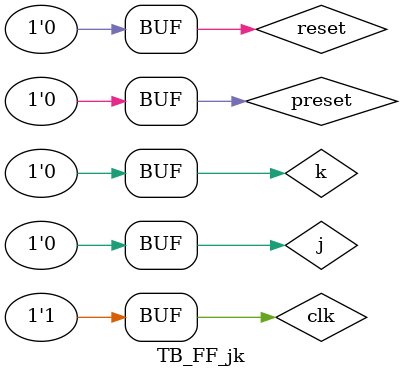
<source format=v>
module FF_jk(
  j, k, reset, preset, clock, q
);
  input j, k, clock, preset;
  input reset;
  output q;

  reg q;

  initial begin
    q = 1'b0;
  end

  always @(posedge clock or posedge reset or posedge preset) begin
    if (reset) begin
      q = 1'b0;
    end else if (preset) begin
      q = 1'b1;
    end else begin
      case ({j, k})
        2'b00: q = q;
        2'b01: q = 1'b0;
        2'b10: q = 1'b1;
        2'b11: q = ~q;
      endcase
    end
  end
endmodule

module TB_FF_jk();
  reg j, k, clk, reset, preset;
  wire q;

  FF_jk FF_jk(j, k, reset, preset, clk, q);

  initial begin
    reset = 1'b0;
    preset = 1'b0;

    j = 1'b0; k = 1'b0; clk = 1'b0; #10; // q = 0
    j = 1'b0; k = 1'b0; clk = 1'b1; #10; // q = 0

    j = 1'b1; k = 1'b0; clk = 1'b0; #10; // q = 0
    j = 1'b1; k = 1'b0; clk = 1'b1; #10; // q = 1

    j = 1'b0; k = 1'b1; clk = 1'b0; #10; // q = 1
    j = 1'b0; k = 1'b1; clk = 1'b1; #10; // q = 0

    j = 1'b1; k = 1'b1; clk = 1'b0; #10; // q = 0
    j = 1'b1; k = 1'b1; clk = 1'b1; #10; // q = 1

    j = 1'b0; k = 1'b0; clk = 1'b0; #10; // q = 1
    j = 1'b0; k = 1'b0; clk = 1'b1; #10; // q = 1

    reset = 1'b1; #10;
    reset = 1'b0; #10;

    j = 1'b0; k = 1'b0; clk = 1'b0; #10; // q = 0
    j = 1'b0; k = 1'b0; clk = 1'b1; #10; // q = 0
  end

endmodule
</source>
